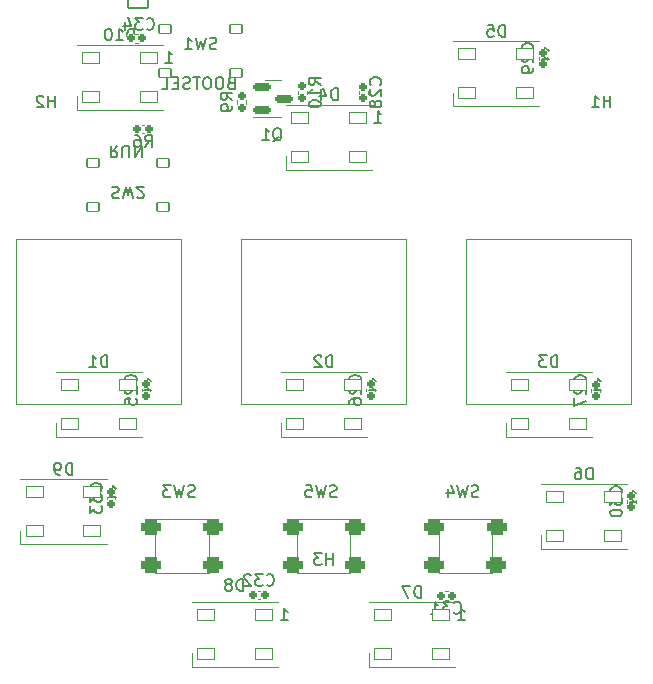
<source format=gbr>
%TF.GenerationSoftware,KiCad,Pcbnew,(7.0.0-0)*%
%TF.CreationDate,2023-04-23T13:29:19-05:00*%
%TF.ProjectId,RP2040,52503230-3430-42e6-9b69-6361645f7063,REV1*%
%TF.SameCoordinates,Original*%
%TF.FileFunction,Legend,Bot*%
%TF.FilePolarity,Positive*%
%FSLAX46Y46*%
G04 Gerber Fmt 4.6, Leading zero omitted, Abs format (unit mm)*
G04 Created by KiCad (PCBNEW (7.0.0-0)) date 2023-04-23 13:29:19*
%MOMM*%
%LPD*%
G01*
G04 APERTURE LIST*
G04 Aperture macros list*
%AMRoundRect*
0 Rectangle with rounded corners*
0 $1 Rounding radius*
0 $2 $3 $4 $5 $6 $7 $8 $9 X,Y pos of 4 corners*
0 Add a 4 corners polygon primitive as box body*
4,1,4,$2,$3,$4,$5,$6,$7,$8,$9,$2,$3,0*
0 Add four circle primitives for the rounded corners*
1,1,$1+$1,$2,$3*
1,1,$1+$1,$4,$5*
1,1,$1+$1,$6,$7*
1,1,$1+$1,$8,$9*
0 Add four rect primitives between the rounded corners*
20,1,$1+$1,$2,$3,$4,$5,0*
20,1,$1+$1,$4,$5,$6,$7,0*
20,1,$1+$1,$6,$7,$8,$9,0*
20,1,$1+$1,$8,$9,$2,$3,0*%
G04 Aperture macros list end*
%ADD10C,0.150000*%
%ADD11C,0.120000*%
%ADD12O,1.102000X1.902000*%
%ADD13O,1.102000X2.302000*%
%ADD14RoundRect,0.051000X0.850000X-0.850000X0.850000X0.850000X-0.850000X0.850000X-0.850000X-0.850000X0*%
%ADD15O,1.802000X1.802000*%
%ADD16RoundRect,0.191000X-0.140000X-0.170000X0.140000X-0.170000X0.140000X0.170000X-0.140000X0.170000X0*%
%ADD17RoundRect,0.351000X0.500000X0.300000X-0.500000X0.300000X-0.500000X-0.300000X0.500000X-0.300000X0*%
%ADD18RoundRect,0.051000X0.750000X0.450000X-0.750000X0.450000X-0.750000X-0.450000X0.750000X-0.450000X0*%
%ADD19RoundRect,0.051000X0.500000X0.375000X-0.500000X0.375000X-0.500000X-0.375000X0.500000X-0.375000X0*%
%ADD20RoundRect,0.191000X-0.170000X0.140000X-0.170000X-0.140000X0.170000X-0.140000X0.170000X0.140000X0*%
%ADD21RoundRect,0.186000X-0.185000X0.135000X-0.185000X-0.135000X0.185000X-0.135000X0.185000X0.135000X0*%
%ADD22C,4.402000*%
%ADD23RoundRect,0.191000X0.140000X0.170000X-0.140000X0.170000X-0.140000X-0.170000X0.140000X-0.170000X0*%
%ADD24C,1.802000*%
%ADD25C,6.502000*%
%ADD26RoundRect,0.051000X-0.500000X-0.375000X0.500000X-0.375000X0.500000X0.375000X-0.500000X0.375000X0*%
%ADD27RoundRect,0.191000X0.170000X-0.140000X0.170000X0.140000X-0.170000X0.140000X-0.170000X-0.140000X0*%
%ADD28RoundRect,0.186000X0.185000X-0.135000X0.185000X0.135000X-0.185000X0.135000X-0.185000X-0.135000X0*%
%ADD29RoundRect,0.201000X-0.587500X-0.150000X0.587500X-0.150000X0.587500X0.150000X-0.587500X0.150000X0*%
G04 APERTURE END LIST*
D10*
%TO.C,R6*%
X-15133334Y14782620D02*
X-14800001Y15258810D01*
X-14561906Y14782620D02*
X-14561906Y15782620D01*
X-14561906Y15782620D02*
X-14942858Y15782620D01*
X-14942858Y15782620D02*
X-15038096Y15735000D01*
X-15038096Y15735000D02*
X-15085715Y15687381D01*
X-15085715Y15687381D02*
X-15133334Y15592143D01*
X-15133334Y15592143D02*
X-15133334Y15449286D01*
X-15133334Y15449286D02*
X-15085715Y15354048D01*
X-15085715Y15354048D02*
X-15038096Y15306429D01*
X-15038096Y15306429D02*
X-14942858Y15258810D01*
X-14942858Y15258810D02*
X-14561906Y15258810D01*
X-15990477Y15782620D02*
X-15800001Y15782620D01*
X-15800001Y15782620D02*
X-15704763Y15735000D01*
X-15704763Y15735000D02*
X-15657144Y15687381D01*
X-15657144Y15687381D02*
X-15561906Y15544524D01*
X-15561906Y15544524D02*
X-15514287Y15354048D01*
X-15514287Y15354048D02*
X-15514287Y14973096D01*
X-15514287Y14973096D02*
X-15561906Y14877858D01*
X-15561906Y14877858D02*
X-15609525Y14830239D01*
X-15609525Y14830239D02*
X-15704763Y14782620D01*
X-15704763Y14782620D02*
X-15895239Y14782620D01*
X-15895239Y14782620D02*
X-15990477Y14830239D01*
X-15990477Y14830239D02*
X-16038096Y14877858D01*
X-16038096Y14877858D02*
X-16085715Y14973096D01*
X-16085715Y14973096D02*
X-16085715Y15211191D01*
X-16085715Y15211191D02*
X-16038096Y15306429D01*
X-16038096Y15306429D02*
X-15990477Y15354048D01*
X-15990477Y15354048D02*
X-15895239Y15401667D01*
X-15895239Y15401667D02*
X-15704763Y15401667D01*
X-15704763Y15401667D02*
X-15609525Y15354048D01*
X-15609525Y15354048D02*
X-15561906Y15306429D01*
X-15561906Y15306429D02*
X-15514287Y15211191D01*
%TO.C,SW4*%
X13083332Y-14819761D02*
X12940475Y-14867380D01*
X12940475Y-14867380D02*
X12702380Y-14867380D01*
X12702380Y-14867380D02*
X12607142Y-14819761D01*
X12607142Y-14819761D02*
X12559523Y-14772142D01*
X12559523Y-14772142D02*
X12511904Y-14676904D01*
X12511904Y-14676904D02*
X12511904Y-14581666D01*
X12511904Y-14581666D02*
X12559523Y-14486428D01*
X12559523Y-14486428D02*
X12607142Y-14438809D01*
X12607142Y-14438809D02*
X12702380Y-14391190D01*
X12702380Y-14391190D02*
X12892856Y-14343571D01*
X12892856Y-14343571D02*
X12988094Y-14295952D01*
X12988094Y-14295952D02*
X13035713Y-14248333D01*
X13035713Y-14248333D02*
X13083332Y-14153095D01*
X13083332Y-14153095D02*
X13083332Y-14057857D01*
X13083332Y-14057857D02*
X13035713Y-13962619D01*
X13035713Y-13962619D02*
X12988094Y-13915000D01*
X12988094Y-13915000D02*
X12892856Y-13867380D01*
X12892856Y-13867380D02*
X12654761Y-13867380D01*
X12654761Y-13867380D02*
X12511904Y-13915000D01*
X12178570Y-13867380D02*
X11940475Y-14867380D01*
X11940475Y-14867380D02*
X11749999Y-14153095D01*
X11749999Y-14153095D02*
X11559523Y-14867380D01*
X11559523Y-14867380D02*
X11321428Y-13867380D01*
X10511904Y-14200714D02*
X10511904Y-14867380D01*
X10749999Y-13819761D02*
X10988094Y-14534047D01*
X10988094Y-14534047D02*
X10369047Y-14534047D01*
%TO.C,D10*%
X-16055715Y23802620D02*
X-16055715Y24802620D01*
X-16055715Y24802620D02*
X-16293810Y24802620D01*
X-16293810Y24802620D02*
X-16436667Y24755000D01*
X-16436667Y24755000D02*
X-16531905Y24659762D01*
X-16531905Y24659762D02*
X-16579524Y24564524D01*
X-16579524Y24564524D02*
X-16627143Y24374048D01*
X-16627143Y24374048D02*
X-16627143Y24231191D01*
X-16627143Y24231191D02*
X-16579524Y24040715D01*
X-16579524Y24040715D02*
X-16531905Y23945477D01*
X-16531905Y23945477D02*
X-16436667Y23850239D01*
X-16436667Y23850239D02*
X-16293810Y23802620D01*
X-16293810Y23802620D02*
X-16055715Y23802620D01*
X-17579524Y23802620D02*
X-17008096Y23802620D01*
X-17293810Y23802620D02*
X-17293810Y24802620D01*
X-17293810Y24802620D02*
X-17198572Y24659762D01*
X-17198572Y24659762D02*
X-17103334Y24564524D01*
X-17103334Y24564524D02*
X-17008096Y24516905D01*
X-18198572Y24802620D02*
X-18293810Y24802620D01*
X-18293810Y24802620D02*
X-18389048Y24755000D01*
X-18389048Y24755000D02*
X-18436667Y24707381D01*
X-18436667Y24707381D02*
X-18484286Y24612143D01*
X-18484286Y24612143D02*
X-18531905Y24421667D01*
X-18531905Y24421667D02*
X-18531905Y24183572D01*
X-18531905Y24183572D02*
X-18484286Y23993096D01*
X-18484286Y23993096D02*
X-18436667Y23897858D01*
X-18436667Y23897858D02*
X-18389048Y23850239D01*
X-18389048Y23850239D02*
X-18293810Y23802620D01*
X-18293810Y23802620D02*
X-18198572Y23802620D01*
X-18198572Y23802620D02*
X-18103334Y23850239D01*
X-18103334Y23850239D02*
X-18055715Y23897858D01*
X-18055715Y23897858D02*
X-18008096Y23993096D01*
X-18008096Y23993096D02*
X-17960477Y24183572D01*
X-17960477Y24183572D02*
X-17960477Y24421667D01*
X-17960477Y24421667D02*
X-18008096Y24612143D01*
X-18008096Y24612143D02*
X-18055715Y24707381D01*
X-18055715Y24707381D02*
X-18103334Y24755000D01*
X-18103334Y24755000D02*
X-18198572Y24802620D01*
X-13405715Y21902620D02*
X-12834287Y21902620D01*
X-13120001Y21902620D02*
X-13120001Y22902620D01*
X-13120001Y22902620D02*
X-13024763Y22759762D01*
X-13024763Y22759762D02*
X-12929525Y22664524D01*
X-12929525Y22664524D02*
X-12834287Y22616905D01*
%TO.C,SW1*%
X-9096668Y23080239D02*
X-9239525Y23032620D01*
X-9239525Y23032620D02*
X-9477620Y23032620D01*
X-9477620Y23032620D02*
X-9572858Y23080239D01*
X-9572858Y23080239D02*
X-9620477Y23127858D01*
X-9620477Y23127858D02*
X-9668096Y23223096D01*
X-9668096Y23223096D02*
X-9668096Y23318334D01*
X-9668096Y23318334D02*
X-9620477Y23413572D01*
X-9620477Y23413572D02*
X-9572858Y23461191D01*
X-9572858Y23461191D02*
X-9477620Y23508810D01*
X-9477620Y23508810D02*
X-9287144Y23556429D01*
X-9287144Y23556429D02*
X-9191906Y23604048D01*
X-9191906Y23604048D02*
X-9144287Y23651667D01*
X-9144287Y23651667D02*
X-9096668Y23746905D01*
X-9096668Y23746905D02*
X-9096668Y23842143D01*
X-9096668Y23842143D02*
X-9144287Y23937381D01*
X-9144287Y23937381D02*
X-9191906Y23985000D01*
X-9191906Y23985000D02*
X-9287144Y24032620D01*
X-9287144Y24032620D02*
X-9525239Y24032620D01*
X-9525239Y24032620D02*
X-9668096Y23985000D01*
X-10001430Y24032620D02*
X-10239525Y23032620D01*
X-10239525Y23032620D02*
X-10430001Y23746905D01*
X-10430001Y23746905D02*
X-10620477Y23032620D01*
X-10620477Y23032620D02*
X-10858572Y24032620D01*
X-11763334Y23032620D02*
X-11191906Y23032620D01*
X-11477620Y23032620D02*
X-11477620Y24032620D01*
X-11477620Y24032620D02*
X-11382382Y23889762D01*
X-11382382Y23889762D02*
X-11287144Y23794524D01*
X-11287144Y23794524D02*
X-11191906Y23746905D01*
X-7869524Y20211429D02*
X-8012381Y20163810D01*
X-8012381Y20163810D02*
X-8060000Y20116191D01*
X-8060000Y20116191D02*
X-8107619Y20020953D01*
X-8107619Y20020953D02*
X-8107619Y19878096D01*
X-8107619Y19878096D02*
X-8060000Y19782858D01*
X-8060000Y19782858D02*
X-8012381Y19735239D01*
X-8012381Y19735239D02*
X-7917143Y19687620D01*
X-7917143Y19687620D02*
X-7536191Y19687620D01*
X-7536191Y19687620D02*
X-7536191Y20687620D01*
X-7536191Y20687620D02*
X-7869524Y20687620D01*
X-7869524Y20687620D02*
X-7964762Y20640000D01*
X-7964762Y20640000D02*
X-8012381Y20592381D01*
X-8012381Y20592381D02*
X-8060000Y20497143D01*
X-8060000Y20497143D02*
X-8060000Y20401905D01*
X-8060000Y20401905D02*
X-8012381Y20306667D01*
X-8012381Y20306667D02*
X-7964762Y20259048D01*
X-7964762Y20259048D02*
X-7869524Y20211429D01*
X-7869524Y20211429D02*
X-7536191Y20211429D01*
X-8726667Y20687620D02*
X-8917143Y20687620D01*
X-8917143Y20687620D02*
X-9012381Y20640000D01*
X-9012381Y20640000D02*
X-9107619Y20544762D01*
X-9107619Y20544762D02*
X-9155238Y20354286D01*
X-9155238Y20354286D02*
X-9155238Y20020953D01*
X-9155238Y20020953D02*
X-9107619Y19830477D01*
X-9107619Y19830477D02*
X-9012381Y19735239D01*
X-9012381Y19735239D02*
X-8917143Y19687620D01*
X-8917143Y19687620D02*
X-8726667Y19687620D01*
X-8726667Y19687620D02*
X-8631429Y19735239D01*
X-8631429Y19735239D02*
X-8536191Y19830477D01*
X-8536191Y19830477D02*
X-8488572Y20020953D01*
X-8488572Y20020953D02*
X-8488572Y20354286D01*
X-8488572Y20354286D02*
X-8536191Y20544762D01*
X-8536191Y20544762D02*
X-8631429Y20640000D01*
X-8631429Y20640000D02*
X-8726667Y20687620D01*
X-9774286Y20687620D02*
X-9964762Y20687620D01*
X-9964762Y20687620D02*
X-10060000Y20640000D01*
X-10060000Y20640000D02*
X-10155238Y20544762D01*
X-10155238Y20544762D02*
X-10202857Y20354286D01*
X-10202857Y20354286D02*
X-10202857Y20020953D01*
X-10202857Y20020953D02*
X-10155238Y19830477D01*
X-10155238Y19830477D02*
X-10060000Y19735239D01*
X-10060000Y19735239D02*
X-9964762Y19687620D01*
X-9964762Y19687620D02*
X-9774286Y19687620D01*
X-9774286Y19687620D02*
X-9679048Y19735239D01*
X-9679048Y19735239D02*
X-9583810Y19830477D01*
X-9583810Y19830477D02*
X-9536191Y20020953D01*
X-9536191Y20020953D02*
X-9536191Y20354286D01*
X-9536191Y20354286D02*
X-9583810Y20544762D01*
X-9583810Y20544762D02*
X-9679048Y20640000D01*
X-9679048Y20640000D02*
X-9774286Y20687620D01*
X-10488572Y20687620D02*
X-11060000Y20687620D01*
X-10774286Y19687620D02*
X-10774286Y20687620D01*
X-11345715Y19735239D02*
X-11488572Y19687620D01*
X-11488572Y19687620D02*
X-11726667Y19687620D01*
X-11726667Y19687620D02*
X-11821905Y19735239D01*
X-11821905Y19735239D02*
X-11869524Y19782858D01*
X-11869524Y19782858D02*
X-11917143Y19878096D01*
X-11917143Y19878096D02*
X-11917143Y19973334D01*
X-11917143Y19973334D02*
X-11869524Y20068572D01*
X-11869524Y20068572D02*
X-11821905Y20116191D01*
X-11821905Y20116191D02*
X-11726667Y20163810D01*
X-11726667Y20163810D02*
X-11536191Y20211429D01*
X-11536191Y20211429D02*
X-11440953Y20259048D01*
X-11440953Y20259048D02*
X-11393334Y20306667D01*
X-11393334Y20306667D02*
X-11345715Y20401905D01*
X-11345715Y20401905D02*
X-11345715Y20497143D01*
X-11345715Y20497143D02*
X-11393334Y20592381D01*
X-11393334Y20592381D02*
X-11440953Y20640000D01*
X-11440953Y20640000D02*
X-11536191Y20687620D01*
X-11536191Y20687620D02*
X-11774286Y20687620D01*
X-11774286Y20687620D02*
X-11917143Y20640000D01*
X-12345715Y20211429D02*
X-12679048Y20211429D01*
X-12821905Y19687620D02*
X-12345715Y19687620D01*
X-12345715Y19687620D02*
X-12345715Y20687620D01*
X-12345715Y20687620D02*
X-12821905Y20687620D01*
X-13726667Y19687620D02*
X-13250477Y19687620D01*
X-13250477Y19687620D02*
X-13250477Y20687620D01*
%TO.C,C33*%
X-18887858Y-14307142D02*
X-18840239Y-14259523D01*
X-18840239Y-14259523D02*
X-18792620Y-14116666D01*
X-18792620Y-14116666D02*
X-18792620Y-14021428D01*
X-18792620Y-14021428D02*
X-18840239Y-13878571D01*
X-18840239Y-13878571D02*
X-18935477Y-13783333D01*
X-18935477Y-13783333D02*
X-19030715Y-13735714D01*
X-19030715Y-13735714D02*
X-19221191Y-13688095D01*
X-19221191Y-13688095D02*
X-19364048Y-13688095D01*
X-19364048Y-13688095D02*
X-19554524Y-13735714D01*
X-19554524Y-13735714D02*
X-19649762Y-13783333D01*
X-19649762Y-13783333D02*
X-19745000Y-13878571D01*
X-19745000Y-13878571D02*
X-19792620Y-14021428D01*
X-19792620Y-14021428D02*
X-19792620Y-14116666D01*
X-19792620Y-14116666D02*
X-19745000Y-14259523D01*
X-19745000Y-14259523D02*
X-19697381Y-14307142D01*
X-19792620Y-14640476D02*
X-19792620Y-15259523D01*
X-19792620Y-15259523D02*
X-19411667Y-14926190D01*
X-19411667Y-14926190D02*
X-19411667Y-15069047D01*
X-19411667Y-15069047D02*
X-19364048Y-15164285D01*
X-19364048Y-15164285D02*
X-19316429Y-15211904D01*
X-19316429Y-15211904D02*
X-19221191Y-15259523D01*
X-19221191Y-15259523D02*
X-18983096Y-15259523D01*
X-18983096Y-15259523D02*
X-18887858Y-15211904D01*
X-18887858Y-15211904D02*
X-18840239Y-15164285D01*
X-18840239Y-15164285D02*
X-18792620Y-15069047D01*
X-18792620Y-15069047D02*
X-18792620Y-14783333D01*
X-18792620Y-14783333D02*
X-18840239Y-14688095D01*
X-18840239Y-14688095D02*
X-18887858Y-14640476D01*
X-19792620Y-15592857D02*
X-19792620Y-16211904D01*
X-19792620Y-16211904D02*
X-19411667Y-15878571D01*
X-19411667Y-15878571D02*
X-19411667Y-16021428D01*
X-19411667Y-16021428D02*
X-19364048Y-16116666D01*
X-19364048Y-16116666D02*
X-19316429Y-16164285D01*
X-19316429Y-16164285D02*
X-19221191Y-16211904D01*
X-19221191Y-16211904D02*
X-18983096Y-16211904D01*
X-18983096Y-16211904D02*
X-18887858Y-16164285D01*
X-18887858Y-16164285D02*
X-18840239Y-16116666D01*
X-18840239Y-16116666D02*
X-18792620Y-16021428D01*
X-18792620Y-16021428D02*
X-18792620Y-15735714D01*
X-18792620Y-15735714D02*
X-18840239Y-15640476D01*
X-18840239Y-15640476D02*
X-18887858Y-15592857D01*
%TO.C,R9*%
X-7735120Y18756667D02*
X-8211310Y19090000D01*
X-7735120Y19328095D02*
X-8735120Y19328095D01*
X-8735120Y19328095D02*
X-8735120Y18947143D01*
X-8735120Y18947143D02*
X-8687500Y18851905D01*
X-8687500Y18851905D02*
X-8639881Y18804286D01*
X-8639881Y18804286D02*
X-8544643Y18756667D01*
X-8544643Y18756667D02*
X-8401786Y18756667D01*
X-8401786Y18756667D02*
X-8306548Y18804286D01*
X-8306548Y18804286D02*
X-8258929Y18851905D01*
X-8258929Y18851905D02*
X-8211310Y18947143D01*
X-8211310Y18947143D02*
X-8211310Y19328095D01*
X-7735120Y18280476D02*
X-7735120Y18090000D01*
X-7735120Y18090000D02*
X-7782739Y17994762D01*
X-7782739Y17994762D02*
X-7830358Y17947143D01*
X-7830358Y17947143D02*
X-7973215Y17851905D01*
X-7973215Y17851905D02*
X-8163691Y17804286D01*
X-8163691Y17804286D02*
X-8544643Y17804286D01*
X-8544643Y17804286D02*
X-8639881Y17851905D01*
X-8639881Y17851905D02*
X-8687500Y17899524D01*
X-8687500Y17899524D02*
X-8735120Y17994762D01*
X-8735120Y17994762D02*
X-8735120Y18185238D01*
X-8735120Y18185238D02*
X-8687500Y18280476D01*
X-8687500Y18280476D02*
X-8639881Y18328095D01*
X-8639881Y18328095D02*
X-8544643Y18375714D01*
X-8544643Y18375714D02*
X-8306548Y18375714D01*
X-8306548Y18375714D02*
X-8211310Y18328095D01*
X-8211310Y18328095D02*
X-8163691Y18280476D01*
X-8163691Y18280476D02*
X-8116072Y18185238D01*
X-8116072Y18185238D02*
X-8116072Y17994762D01*
X-8116072Y17994762D02*
X-8163691Y17899524D01*
X-8163691Y17899524D02*
X-8211310Y17851905D01*
X-8211310Y17851905D02*
X-8306548Y17804286D01*
%TO.C,H3*%
X761904Y-20617380D02*
X761904Y-19617380D01*
X761904Y-20093571D02*
X190476Y-20093571D01*
X190476Y-20617380D02*
X190476Y-19617380D01*
X-190477Y-19617380D02*
X-809524Y-19617380D01*
X-809524Y-19617380D02*
X-476191Y-19998333D01*
X-476191Y-19998333D02*
X-619048Y-19998333D01*
X-619048Y-19998333D02*
X-714286Y-20045952D01*
X-714286Y-20045952D02*
X-761905Y-20093571D01*
X-761905Y-20093571D02*
X-809524Y-20188809D01*
X-809524Y-20188809D02*
X-809524Y-20426904D01*
X-809524Y-20426904D02*
X-761905Y-20522142D01*
X-761905Y-20522142D02*
X-714286Y-20569761D01*
X-714286Y-20569761D02*
X-619048Y-20617380D01*
X-619048Y-20617380D02*
X-333334Y-20617380D01*
X-333334Y-20617380D02*
X-238096Y-20569761D01*
X-238096Y-20569761D02*
X-190477Y-20522142D01*
%TO.C,C34*%
X-15007143Y24797858D02*
X-14959524Y24750239D01*
X-14959524Y24750239D02*
X-14816667Y24702620D01*
X-14816667Y24702620D02*
X-14721429Y24702620D01*
X-14721429Y24702620D02*
X-14578572Y24750239D01*
X-14578572Y24750239D02*
X-14483334Y24845477D01*
X-14483334Y24845477D02*
X-14435715Y24940715D01*
X-14435715Y24940715D02*
X-14388096Y25131191D01*
X-14388096Y25131191D02*
X-14388096Y25274048D01*
X-14388096Y25274048D02*
X-14435715Y25464524D01*
X-14435715Y25464524D02*
X-14483334Y25559762D01*
X-14483334Y25559762D02*
X-14578572Y25655000D01*
X-14578572Y25655000D02*
X-14721429Y25702620D01*
X-14721429Y25702620D02*
X-14816667Y25702620D01*
X-14816667Y25702620D02*
X-14959524Y25655000D01*
X-14959524Y25655000D02*
X-15007143Y25607381D01*
X-15340477Y25702620D02*
X-15959524Y25702620D01*
X-15959524Y25702620D02*
X-15626191Y25321667D01*
X-15626191Y25321667D02*
X-15769048Y25321667D01*
X-15769048Y25321667D02*
X-15864286Y25274048D01*
X-15864286Y25274048D02*
X-15911905Y25226429D01*
X-15911905Y25226429D02*
X-15959524Y25131191D01*
X-15959524Y25131191D02*
X-15959524Y24893096D01*
X-15959524Y24893096D02*
X-15911905Y24797858D01*
X-15911905Y24797858D02*
X-15864286Y24750239D01*
X-15864286Y24750239D02*
X-15769048Y24702620D01*
X-15769048Y24702620D02*
X-15483334Y24702620D01*
X-15483334Y24702620D02*
X-15388096Y24750239D01*
X-15388096Y24750239D02*
X-15340477Y24797858D01*
X-16816667Y25369286D02*
X-16816667Y24702620D01*
X-16578572Y25750239D02*
X-16340477Y25035953D01*
X-16340477Y25035953D02*
X-16959524Y25035953D01*
%TO.C,SW3*%
X-10916668Y-14819761D02*
X-11059525Y-14867380D01*
X-11059525Y-14867380D02*
X-11297620Y-14867380D01*
X-11297620Y-14867380D02*
X-11392858Y-14819761D01*
X-11392858Y-14819761D02*
X-11440477Y-14772142D01*
X-11440477Y-14772142D02*
X-11488096Y-14676904D01*
X-11488096Y-14676904D02*
X-11488096Y-14581666D01*
X-11488096Y-14581666D02*
X-11440477Y-14486428D01*
X-11440477Y-14486428D02*
X-11392858Y-14438809D01*
X-11392858Y-14438809D02*
X-11297620Y-14391190D01*
X-11297620Y-14391190D02*
X-11107144Y-14343571D01*
X-11107144Y-14343571D02*
X-11011906Y-14295952D01*
X-11011906Y-14295952D02*
X-10964287Y-14248333D01*
X-10964287Y-14248333D02*
X-10916668Y-14153095D01*
X-10916668Y-14153095D02*
X-10916668Y-14057857D01*
X-10916668Y-14057857D02*
X-10964287Y-13962619D01*
X-10964287Y-13962619D02*
X-11011906Y-13915000D01*
X-11011906Y-13915000D02*
X-11107144Y-13867380D01*
X-11107144Y-13867380D02*
X-11345239Y-13867380D01*
X-11345239Y-13867380D02*
X-11488096Y-13915000D01*
X-11821430Y-13867380D02*
X-12059525Y-14867380D01*
X-12059525Y-14867380D02*
X-12250001Y-14153095D01*
X-12250001Y-14153095D02*
X-12440477Y-14867380D01*
X-12440477Y-14867380D02*
X-12678572Y-13867380D01*
X-12964287Y-13867380D02*
X-13583334Y-13867380D01*
X-13583334Y-13867380D02*
X-13250001Y-14248333D01*
X-13250001Y-14248333D02*
X-13392858Y-14248333D01*
X-13392858Y-14248333D02*
X-13488096Y-14295952D01*
X-13488096Y-14295952D02*
X-13535715Y-14343571D01*
X-13535715Y-14343571D02*
X-13583334Y-14438809D01*
X-13583334Y-14438809D02*
X-13583334Y-14676904D01*
X-13583334Y-14676904D02*
X-13535715Y-14772142D01*
X-13535715Y-14772142D02*
X-13488096Y-14819761D01*
X-13488096Y-14819761D02*
X-13392858Y-14867380D01*
X-13392858Y-14867380D02*
X-13107144Y-14867380D01*
X-13107144Y-14867380D02*
X-13011906Y-14819761D01*
X-13011906Y-14819761D02*
X-12964287Y-14772142D01*
%TO.C,C27*%
X22132142Y-5187142D02*
X22179761Y-5139523D01*
X22179761Y-5139523D02*
X22227380Y-4996666D01*
X22227380Y-4996666D02*
X22227380Y-4901428D01*
X22227380Y-4901428D02*
X22179761Y-4758571D01*
X22179761Y-4758571D02*
X22084523Y-4663333D01*
X22084523Y-4663333D02*
X21989285Y-4615714D01*
X21989285Y-4615714D02*
X21798809Y-4568095D01*
X21798809Y-4568095D02*
X21655952Y-4568095D01*
X21655952Y-4568095D02*
X21465476Y-4615714D01*
X21465476Y-4615714D02*
X21370238Y-4663333D01*
X21370238Y-4663333D02*
X21275000Y-4758571D01*
X21275000Y-4758571D02*
X21227380Y-4901428D01*
X21227380Y-4901428D02*
X21227380Y-4996666D01*
X21227380Y-4996666D02*
X21275000Y-5139523D01*
X21275000Y-5139523D02*
X21322619Y-5187142D01*
X21322619Y-5568095D02*
X21275000Y-5615714D01*
X21275000Y-5615714D02*
X21227380Y-5710952D01*
X21227380Y-5710952D02*
X21227380Y-5949047D01*
X21227380Y-5949047D02*
X21275000Y-6044285D01*
X21275000Y-6044285D02*
X21322619Y-6091904D01*
X21322619Y-6091904D02*
X21417857Y-6139523D01*
X21417857Y-6139523D02*
X21513095Y-6139523D01*
X21513095Y-6139523D02*
X21655952Y-6091904D01*
X21655952Y-6091904D02*
X22227380Y-5520476D01*
X22227380Y-5520476D02*
X22227380Y-6139523D01*
X21227380Y-6472857D02*
X21227380Y-7139523D01*
X21227380Y-7139523D02*
X22227380Y-6710952D01*
%TO.C,D1*%
X-18311906Y-3867380D02*
X-18311906Y-2867380D01*
X-18311906Y-2867380D02*
X-18550001Y-2867380D01*
X-18550001Y-2867380D02*
X-18692858Y-2915000D01*
X-18692858Y-2915000D02*
X-18788096Y-3010238D01*
X-18788096Y-3010238D02*
X-18835715Y-3105476D01*
X-18835715Y-3105476D02*
X-18883334Y-3295952D01*
X-18883334Y-3295952D02*
X-18883334Y-3438809D01*
X-18883334Y-3438809D02*
X-18835715Y-3629285D01*
X-18835715Y-3629285D02*
X-18788096Y-3724523D01*
X-18788096Y-3724523D02*
X-18692858Y-3819761D01*
X-18692858Y-3819761D02*
X-18550001Y-3867380D01*
X-18550001Y-3867380D02*
X-18311906Y-3867380D01*
X-19835715Y-3867380D02*
X-19264287Y-3867380D01*
X-19550001Y-3867380D02*
X-19550001Y-2867380D01*
X-19550001Y-2867380D02*
X-19454763Y-3010238D01*
X-19454763Y-3010238D02*
X-19359525Y-3105476D01*
X-19359525Y-3105476D02*
X-19264287Y-3153095D01*
X-15185715Y-5767380D02*
X-14614287Y-5767380D01*
X-14900001Y-5767380D02*
X-14900001Y-4767380D01*
X-14900001Y-4767380D02*
X-14804763Y-4910238D01*
X-14804763Y-4910238D02*
X-14709525Y-5005476D01*
X-14709525Y-5005476D02*
X-14614287Y-5053095D01*
%TO.C,C25*%
X-15937858Y-5157142D02*
X-15890239Y-5109523D01*
X-15890239Y-5109523D02*
X-15842620Y-4966666D01*
X-15842620Y-4966666D02*
X-15842620Y-4871428D01*
X-15842620Y-4871428D02*
X-15890239Y-4728571D01*
X-15890239Y-4728571D02*
X-15985477Y-4633333D01*
X-15985477Y-4633333D02*
X-16080715Y-4585714D01*
X-16080715Y-4585714D02*
X-16271191Y-4538095D01*
X-16271191Y-4538095D02*
X-16414048Y-4538095D01*
X-16414048Y-4538095D02*
X-16604524Y-4585714D01*
X-16604524Y-4585714D02*
X-16699762Y-4633333D01*
X-16699762Y-4633333D02*
X-16795000Y-4728571D01*
X-16795000Y-4728571D02*
X-16842620Y-4871428D01*
X-16842620Y-4871428D02*
X-16842620Y-4966666D01*
X-16842620Y-4966666D02*
X-16795000Y-5109523D01*
X-16795000Y-5109523D02*
X-16747381Y-5157142D01*
X-16747381Y-5538095D02*
X-16795000Y-5585714D01*
X-16795000Y-5585714D02*
X-16842620Y-5680952D01*
X-16842620Y-5680952D02*
X-16842620Y-5919047D01*
X-16842620Y-5919047D02*
X-16795000Y-6014285D01*
X-16795000Y-6014285D02*
X-16747381Y-6061904D01*
X-16747381Y-6061904D02*
X-16652143Y-6109523D01*
X-16652143Y-6109523D02*
X-16556905Y-6109523D01*
X-16556905Y-6109523D02*
X-16414048Y-6061904D01*
X-16414048Y-6061904D02*
X-15842620Y-5490476D01*
X-15842620Y-5490476D02*
X-15842620Y-6109523D01*
X-16842620Y-7014285D02*
X-16842620Y-6538095D01*
X-16842620Y-6538095D02*
X-16366429Y-6490476D01*
X-16366429Y-6490476D02*
X-16414048Y-6538095D01*
X-16414048Y-6538095D02*
X-16461667Y-6633333D01*
X-16461667Y-6633333D02*
X-16461667Y-6871428D01*
X-16461667Y-6871428D02*
X-16414048Y-6966666D01*
X-16414048Y-6966666D02*
X-16366429Y-7014285D01*
X-16366429Y-7014285D02*
X-16271191Y-7061904D01*
X-16271191Y-7061904D02*
X-16033096Y-7061904D01*
X-16033096Y-7061904D02*
X-15937858Y-7014285D01*
X-15937858Y-7014285D02*
X-15890239Y-6966666D01*
X-15890239Y-6966666D02*
X-15842620Y-6871428D01*
X-15842620Y-6871428D02*
X-15842620Y-6633333D01*
X-15842620Y-6633333D02*
X-15890239Y-6538095D01*
X-15890239Y-6538095D02*
X-15937858Y-6490476D01*
%TO.C,C29*%
X17657142Y22927858D02*
X17704761Y22975477D01*
X17704761Y22975477D02*
X17752380Y23118334D01*
X17752380Y23118334D02*
X17752380Y23213572D01*
X17752380Y23213572D02*
X17704761Y23356429D01*
X17704761Y23356429D02*
X17609523Y23451667D01*
X17609523Y23451667D02*
X17514285Y23499286D01*
X17514285Y23499286D02*
X17323809Y23546905D01*
X17323809Y23546905D02*
X17180952Y23546905D01*
X17180952Y23546905D02*
X16990476Y23499286D01*
X16990476Y23499286D02*
X16895238Y23451667D01*
X16895238Y23451667D02*
X16800000Y23356429D01*
X16800000Y23356429D02*
X16752380Y23213572D01*
X16752380Y23213572D02*
X16752380Y23118334D01*
X16752380Y23118334D02*
X16800000Y22975477D01*
X16800000Y22975477D02*
X16847619Y22927858D01*
X16847619Y22546905D02*
X16800000Y22499286D01*
X16800000Y22499286D02*
X16752380Y22404048D01*
X16752380Y22404048D02*
X16752380Y22165953D01*
X16752380Y22165953D02*
X16800000Y22070715D01*
X16800000Y22070715D02*
X16847619Y22023096D01*
X16847619Y22023096D02*
X16942857Y21975477D01*
X16942857Y21975477D02*
X17038095Y21975477D01*
X17038095Y21975477D02*
X17180952Y22023096D01*
X17180952Y22023096D02*
X17752380Y22594524D01*
X17752380Y22594524D02*
X17752380Y21975477D01*
X17752380Y21499286D02*
X17752380Y21308810D01*
X17752380Y21308810D02*
X17704761Y21213572D01*
X17704761Y21213572D02*
X17657142Y21165953D01*
X17657142Y21165953D02*
X17514285Y21070715D01*
X17514285Y21070715D02*
X17323809Y21023096D01*
X17323809Y21023096D02*
X16942857Y21023096D01*
X16942857Y21023096D02*
X16847619Y21070715D01*
X16847619Y21070715D02*
X16800000Y21118334D01*
X16800000Y21118334D02*
X16752380Y21213572D01*
X16752380Y21213572D02*
X16752380Y21404048D01*
X16752380Y21404048D02*
X16800000Y21499286D01*
X16800000Y21499286D02*
X16847619Y21546905D01*
X16847619Y21546905D02*
X16942857Y21594524D01*
X16942857Y21594524D02*
X17180952Y21594524D01*
X17180952Y21594524D02*
X17276190Y21546905D01*
X17276190Y21546905D02*
X17323809Y21499286D01*
X17323809Y21499286D02*
X17371428Y21404048D01*
X17371428Y21404048D02*
X17371428Y21213572D01*
X17371428Y21213572D02*
X17323809Y21118334D01*
X17323809Y21118334D02*
X17276190Y21070715D01*
X17276190Y21070715D02*
X17180952Y21023096D01*
%TO.C,H2*%
X-22738096Y18132620D02*
X-22738096Y19132620D01*
X-22738096Y18656429D02*
X-23309524Y18656429D01*
X-23309524Y18132620D02*
X-23309524Y19132620D01*
X-23738096Y19037381D02*
X-23785715Y19085000D01*
X-23785715Y19085000D02*
X-23880953Y19132620D01*
X-23880953Y19132620D02*
X-24119048Y19132620D01*
X-24119048Y19132620D02*
X-24214286Y19085000D01*
X-24214286Y19085000D02*
X-24261905Y19037381D01*
X-24261905Y19037381D02*
X-24309524Y18942143D01*
X-24309524Y18942143D02*
X-24309524Y18846905D01*
X-24309524Y18846905D02*
X-24261905Y18704048D01*
X-24261905Y18704048D02*
X-23690477Y18132620D01*
X-23690477Y18132620D02*
X-24309524Y18132620D01*
%TO.C,C26*%
X3072142Y-5147142D02*
X3119761Y-5099523D01*
X3119761Y-5099523D02*
X3167380Y-4956666D01*
X3167380Y-4956666D02*
X3167380Y-4861428D01*
X3167380Y-4861428D02*
X3119761Y-4718571D01*
X3119761Y-4718571D02*
X3024523Y-4623333D01*
X3024523Y-4623333D02*
X2929285Y-4575714D01*
X2929285Y-4575714D02*
X2738809Y-4528095D01*
X2738809Y-4528095D02*
X2595952Y-4528095D01*
X2595952Y-4528095D02*
X2405476Y-4575714D01*
X2405476Y-4575714D02*
X2310238Y-4623333D01*
X2310238Y-4623333D02*
X2215000Y-4718571D01*
X2215000Y-4718571D02*
X2167380Y-4861428D01*
X2167380Y-4861428D02*
X2167380Y-4956666D01*
X2167380Y-4956666D02*
X2215000Y-5099523D01*
X2215000Y-5099523D02*
X2262619Y-5147142D01*
X2262619Y-5528095D02*
X2215000Y-5575714D01*
X2215000Y-5575714D02*
X2167380Y-5670952D01*
X2167380Y-5670952D02*
X2167380Y-5909047D01*
X2167380Y-5909047D02*
X2215000Y-6004285D01*
X2215000Y-6004285D02*
X2262619Y-6051904D01*
X2262619Y-6051904D02*
X2357857Y-6099523D01*
X2357857Y-6099523D02*
X2453095Y-6099523D01*
X2453095Y-6099523D02*
X2595952Y-6051904D01*
X2595952Y-6051904D02*
X3167380Y-5480476D01*
X3167380Y-5480476D02*
X3167380Y-6099523D01*
X2167380Y-6956666D02*
X2167380Y-6766190D01*
X2167380Y-6766190D02*
X2215000Y-6670952D01*
X2215000Y-6670952D02*
X2262619Y-6623333D01*
X2262619Y-6623333D02*
X2405476Y-6528095D01*
X2405476Y-6528095D02*
X2595952Y-6480476D01*
X2595952Y-6480476D02*
X2976904Y-6480476D01*
X2976904Y-6480476D02*
X3072142Y-6528095D01*
X3072142Y-6528095D02*
X3119761Y-6575714D01*
X3119761Y-6575714D02*
X3167380Y-6670952D01*
X3167380Y-6670952D02*
X3167380Y-6861428D01*
X3167380Y-6861428D02*
X3119761Y-6956666D01*
X3119761Y-6956666D02*
X3072142Y-7004285D01*
X3072142Y-7004285D02*
X2976904Y-7051904D01*
X2976904Y-7051904D02*
X2738809Y-7051904D01*
X2738809Y-7051904D02*
X2643571Y-7004285D01*
X2643571Y-7004285D02*
X2595952Y-6956666D01*
X2595952Y-6956666D02*
X2548333Y-6861428D01*
X2548333Y-6861428D02*
X2548333Y-6670952D01*
X2548333Y-6670952D02*
X2595952Y-6575714D01*
X2595952Y-6575714D02*
X2643571Y-6528095D01*
X2643571Y-6528095D02*
X2738809Y-6480476D01*
%TO.C,C32*%
X-4847143Y-22282142D02*
X-4799524Y-22329761D01*
X-4799524Y-22329761D02*
X-4656667Y-22377380D01*
X-4656667Y-22377380D02*
X-4561429Y-22377380D01*
X-4561429Y-22377380D02*
X-4418572Y-22329761D01*
X-4418572Y-22329761D02*
X-4323334Y-22234523D01*
X-4323334Y-22234523D02*
X-4275715Y-22139285D01*
X-4275715Y-22139285D02*
X-4228096Y-21948809D01*
X-4228096Y-21948809D02*
X-4228096Y-21805952D01*
X-4228096Y-21805952D02*
X-4275715Y-21615476D01*
X-4275715Y-21615476D02*
X-4323334Y-21520238D01*
X-4323334Y-21520238D02*
X-4418572Y-21425000D01*
X-4418572Y-21425000D02*
X-4561429Y-21377380D01*
X-4561429Y-21377380D02*
X-4656667Y-21377380D01*
X-4656667Y-21377380D02*
X-4799524Y-21425000D01*
X-4799524Y-21425000D02*
X-4847143Y-21472619D01*
X-5180477Y-21377380D02*
X-5799524Y-21377380D01*
X-5799524Y-21377380D02*
X-5466191Y-21758333D01*
X-5466191Y-21758333D02*
X-5609048Y-21758333D01*
X-5609048Y-21758333D02*
X-5704286Y-21805952D01*
X-5704286Y-21805952D02*
X-5751905Y-21853571D01*
X-5751905Y-21853571D02*
X-5799524Y-21948809D01*
X-5799524Y-21948809D02*
X-5799524Y-22186904D01*
X-5799524Y-22186904D02*
X-5751905Y-22282142D01*
X-5751905Y-22282142D02*
X-5704286Y-22329761D01*
X-5704286Y-22329761D02*
X-5609048Y-22377380D01*
X-5609048Y-22377380D02*
X-5323334Y-22377380D01*
X-5323334Y-22377380D02*
X-5228096Y-22329761D01*
X-5228096Y-22329761D02*
X-5180477Y-22282142D01*
X-6180477Y-21472619D02*
X-6228096Y-21425000D01*
X-6228096Y-21425000D02*
X-6323334Y-21377380D01*
X-6323334Y-21377380D02*
X-6561429Y-21377380D01*
X-6561429Y-21377380D02*
X-6656667Y-21425000D01*
X-6656667Y-21425000D02*
X-6704286Y-21472619D01*
X-6704286Y-21472619D02*
X-6751905Y-21567857D01*
X-6751905Y-21567857D02*
X-6751905Y-21663095D01*
X-6751905Y-21663095D02*
X-6704286Y-21805952D01*
X-6704286Y-21805952D02*
X-6132858Y-22377380D01*
X-6132858Y-22377380D02*
X-6751905Y-22377380D01*
%TO.C,D3*%
X19788094Y-3867380D02*
X19788094Y-2867380D01*
X19788094Y-2867380D02*
X19549999Y-2867380D01*
X19549999Y-2867380D02*
X19407142Y-2915000D01*
X19407142Y-2915000D02*
X19311904Y-3010238D01*
X19311904Y-3010238D02*
X19264285Y-3105476D01*
X19264285Y-3105476D02*
X19216666Y-3295952D01*
X19216666Y-3295952D02*
X19216666Y-3438809D01*
X19216666Y-3438809D02*
X19264285Y-3629285D01*
X19264285Y-3629285D02*
X19311904Y-3724523D01*
X19311904Y-3724523D02*
X19407142Y-3819761D01*
X19407142Y-3819761D02*
X19549999Y-3867380D01*
X19549999Y-3867380D02*
X19788094Y-3867380D01*
X18883332Y-2867380D02*
X18264285Y-2867380D01*
X18264285Y-2867380D02*
X18597618Y-3248333D01*
X18597618Y-3248333D02*
X18454761Y-3248333D01*
X18454761Y-3248333D02*
X18359523Y-3295952D01*
X18359523Y-3295952D02*
X18311904Y-3343571D01*
X18311904Y-3343571D02*
X18264285Y-3438809D01*
X18264285Y-3438809D02*
X18264285Y-3676904D01*
X18264285Y-3676904D02*
X18311904Y-3772142D01*
X18311904Y-3772142D02*
X18359523Y-3819761D01*
X18359523Y-3819761D02*
X18454761Y-3867380D01*
X18454761Y-3867380D02*
X18740475Y-3867380D01*
X18740475Y-3867380D02*
X18835713Y-3819761D01*
X18835713Y-3819761D02*
X18883332Y-3772142D01*
X22914285Y-5767380D02*
X23485713Y-5767380D01*
X23199999Y-5767380D02*
X23199999Y-4767380D01*
X23199999Y-4767380D02*
X23295237Y-4910238D01*
X23295237Y-4910238D02*
X23390475Y-5005476D01*
X23390475Y-5005476D02*
X23485713Y-5053095D01*
%TO.C,H1*%
X24261904Y18132620D02*
X24261904Y19132620D01*
X24261904Y18656429D02*
X23690476Y18656429D01*
X23690476Y18132620D02*
X23690476Y19132620D01*
X22690476Y18132620D02*
X23261904Y18132620D01*
X22976190Y18132620D02*
X22976190Y19132620D01*
X22976190Y19132620D02*
X23071428Y18989762D01*
X23071428Y18989762D02*
X23166666Y18894524D01*
X23166666Y18894524D02*
X23261904Y18846905D01*
%TO.C,SW2*%
X-17903333Y11374762D02*
X-17760476Y11422381D01*
X-17760476Y11422381D02*
X-17522381Y11422381D01*
X-17522381Y11422381D02*
X-17427143Y11374762D01*
X-17427143Y11374762D02*
X-17379524Y11327143D01*
X-17379524Y11327143D02*
X-17331905Y11231905D01*
X-17331905Y11231905D02*
X-17331905Y11136667D01*
X-17331905Y11136667D02*
X-17379524Y11041429D01*
X-17379524Y11041429D02*
X-17427143Y10993810D01*
X-17427143Y10993810D02*
X-17522381Y10946191D01*
X-17522381Y10946191D02*
X-17712857Y10898572D01*
X-17712857Y10898572D02*
X-17808095Y10850953D01*
X-17808095Y10850953D02*
X-17855714Y10803334D01*
X-17855714Y10803334D02*
X-17903333Y10708096D01*
X-17903333Y10708096D02*
X-17903333Y10612858D01*
X-17903333Y10612858D02*
X-17855714Y10517620D01*
X-17855714Y10517620D02*
X-17808095Y10470000D01*
X-17808095Y10470000D02*
X-17712857Y10422381D01*
X-17712857Y10422381D02*
X-17474762Y10422381D01*
X-17474762Y10422381D02*
X-17331905Y10470000D01*
X-16998571Y10422381D02*
X-16760476Y11422381D01*
X-16760476Y11422381D02*
X-16570000Y10708096D01*
X-16570000Y10708096D02*
X-16379524Y11422381D01*
X-16379524Y11422381D02*
X-16141428Y10422381D01*
X-15808095Y10517620D02*
X-15760476Y10470000D01*
X-15760476Y10470000D02*
X-15665238Y10422381D01*
X-15665238Y10422381D02*
X-15427143Y10422381D01*
X-15427143Y10422381D02*
X-15331905Y10470000D01*
X-15331905Y10470000D02*
X-15284286Y10517620D01*
X-15284286Y10517620D02*
X-15236667Y10612858D01*
X-15236667Y10612858D02*
X-15236667Y10708096D01*
X-15236667Y10708096D02*
X-15284286Y10850953D01*
X-15284286Y10850953D02*
X-15855714Y11422381D01*
X-15855714Y11422381D02*
X-15236667Y11422381D01*
X-17478096Y14897381D02*
X-17811429Y14421191D01*
X-18049524Y14897381D02*
X-18049524Y13897381D01*
X-18049524Y13897381D02*
X-17668572Y13897381D01*
X-17668572Y13897381D02*
X-17573334Y13945000D01*
X-17573334Y13945000D02*
X-17525715Y13992620D01*
X-17525715Y13992620D02*
X-17478096Y14087858D01*
X-17478096Y14087858D02*
X-17478096Y14230715D01*
X-17478096Y14230715D02*
X-17525715Y14325953D01*
X-17525715Y14325953D02*
X-17573334Y14373572D01*
X-17573334Y14373572D02*
X-17668572Y14421191D01*
X-17668572Y14421191D02*
X-18049524Y14421191D01*
X-17049524Y13897381D02*
X-17049524Y14706905D01*
X-17049524Y14706905D02*
X-17001905Y14802143D01*
X-17001905Y14802143D02*
X-16954286Y14849762D01*
X-16954286Y14849762D02*
X-16859048Y14897381D01*
X-16859048Y14897381D02*
X-16668572Y14897381D01*
X-16668572Y14897381D02*
X-16573334Y14849762D01*
X-16573334Y14849762D02*
X-16525715Y14802143D01*
X-16525715Y14802143D02*
X-16478096Y14706905D01*
X-16478096Y14706905D02*
X-16478096Y13897381D01*
X-16001905Y14897381D02*
X-16001905Y13897381D01*
X-16001905Y13897381D02*
X-15430477Y14897381D01*
X-15430477Y14897381D02*
X-15430477Y13897381D01*
%TO.C,D2*%
X738094Y-3867380D02*
X738094Y-2867380D01*
X738094Y-2867380D02*
X499999Y-2867380D01*
X499999Y-2867380D02*
X357142Y-2915000D01*
X357142Y-2915000D02*
X261904Y-3010238D01*
X261904Y-3010238D02*
X214285Y-3105476D01*
X214285Y-3105476D02*
X166666Y-3295952D01*
X166666Y-3295952D02*
X166666Y-3438809D01*
X166666Y-3438809D02*
X214285Y-3629285D01*
X214285Y-3629285D02*
X261904Y-3724523D01*
X261904Y-3724523D02*
X357142Y-3819761D01*
X357142Y-3819761D02*
X499999Y-3867380D01*
X499999Y-3867380D02*
X738094Y-3867380D01*
X-214287Y-2962619D02*
X-261906Y-2915000D01*
X-261906Y-2915000D02*
X-357144Y-2867380D01*
X-357144Y-2867380D02*
X-595239Y-2867380D01*
X-595239Y-2867380D02*
X-690477Y-2915000D01*
X-690477Y-2915000D02*
X-738096Y-2962619D01*
X-738096Y-2962619D02*
X-785715Y-3057857D01*
X-785715Y-3057857D02*
X-785715Y-3153095D01*
X-785715Y-3153095D02*
X-738096Y-3295952D01*
X-738096Y-3295952D02*
X-166668Y-3867380D01*
X-166668Y-3867380D02*
X-785715Y-3867380D01*
X3864285Y-5767380D02*
X4435713Y-5767380D01*
X4149999Y-5767380D02*
X4149999Y-4767380D01*
X4149999Y-4767380D02*
X4245237Y-4910238D01*
X4245237Y-4910238D02*
X4340475Y-5005476D01*
X4340475Y-5005476D02*
X4435713Y-5053095D01*
%TO.C,C30*%
X25157142Y-14582142D02*
X25204761Y-14534523D01*
X25204761Y-14534523D02*
X25252380Y-14391666D01*
X25252380Y-14391666D02*
X25252380Y-14296428D01*
X25252380Y-14296428D02*
X25204761Y-14153571D01*
X25204761Y-14153571D02*
X25109523Y-14058333D01*
X25109523Y-14058333D02*
X25014285Y-14010714D01*
X25014285Y-14010714D02*
X24823809Y-13963095D01*
X24823809Y-13963095D02*
X24680952Y-13963095D01*
X24680952Y-13963095D02*
X24490476Y-14010714D01*
X24490476Y-14010714D02*
X24395238Y-14058333D01*
X24395238Y-14058333D02*
X24300000Y-14153571D01*
X24300000Y-14153571D02*
X24252380Y-14296428D01*
X24252380Y-14296428D02*
X24252380Y-14391666D01*
X24252380Y-14391666D02*
X24300000Y-14534523D01*
X24300000Y-14534523D02*
X24347619Y-14582142D01*
X24252380Y-14915476D02*
X24252380Y-15534523D01*
X24252380Y-15534523D02*
X24633333Y-15201190D01*
X24633333Y-15201190D02*
X24633333Y-15344047D01*
X24633333Y-15344047D02*
X24680952Y-15439285D01*
X24680952Y-15439285D02*
X24728571Y-15486904D01*
X24728571Y-15486904D02*
X24823809Y-15534523D01*
X24823809Y-15534523D02*
X25061904Y-15534523D01*
X25061904Y-15534523D02*
X25157142Y-15486904D01*
X25157142Y-15486904D02*
X25204761Y-15439285D01*
X25204761Y-15439285D02*
X25252380Y-15344047D01*
X25252380Y-15344047D02*
X25252380Y-15058333D01*
X25252380Y-15058333D02*
X25204761Y-14963095D01*
X25204761Y-14963095D02*
X25157142Y-14915476D01*
X24252380Y-16153571D02*
X24252380Y-16248809D01*
X24252380Y-16248809D02*
X24300000Y-16344047D01*
X24300000Y-16344047D02*
X24347619Y-16391666D01*
X24347619Y-16391666D02*
X24442857Y-16439285D01*
X24442857Y-16439285D02*
X24633333Y-16486904D01*
X24633333Y-16486904D02*
X24871428Y-16486904D01*
X24871428Y-16486904D02*
X25061904Y-16439285D01*
X25061904Y-16439285D02*
X25157142Y-16391666D01*
X25157142Y-16391666D02*
X25204761Y-16344047D01*
X25204761Y-16344047D02*
X25252380Y-16248809D01*
X25252380Y-16248809D02*
X25252380Y-16153571D01*
X25252380Y-16153571D02*
X25204761Y-16058333D01*
X25204761Y-16058333D02*
X25157142Y-16010714D01*
X25157142Y-16010714D02*
X25061904Y-15963095D01*
X25061904Y-15963095D02*
X24871428Y-15915476D01*
X24871428Y-15915476D02*
X24633333Y-15915476D01*
X24633333Y-15915476D02*
X24442857Y-15963095D01*
X24442857Y-15963095D02*
X24347619Y-16010714D01*
X24347619Y-16010714D02*
X24300000Y-16058333D01*
X24300000Y-16058333D02*
X24252380Y-16153571D01*
%TO.C,SW5*%
X1083332Y-14819761D02*
X940475Y-14867380D01*
X940475Y-14867380D02*
X702380Y-14867380D01*
X702380Y-14867380D02*
X607142Y-14819761D01*
X607142Y-14819761D02*
X559523Y-14772142D01*
X559523Y-14772142D02*
X511904Y-14676904D01*
X511904Y-14676904D02*
X511904Y-14581666D01*
X511904Y-14581666D02*
X559523Y-14486428D01*
X559523Y-14486428D02*
X607142Y-14438809D01*
X607142Y-14438809D02*
X702380Y-14391190D01*
X702380Y-14391190D02*
X892856Y-14343571D01*
X892856Y-14343571D02*
X988094Y-14295952D01*
X988094Y-14295952D02*
X1035713Y-14248333D01*
X1035713Y-14248333D02*
X1083332Y-14153095D01*
X1083332Y-14153095D02*
X1083332Y-14057857D01*
X1083332Y-14057857D02*
X1035713Y-13962619D01*
X1035713Y-13962619D02*
X988094Y-13915000D01*
X988094Y-13915000D02*
X892856Y-13867380D01*
X892856Y-13867380D02*
X654761Y-13867380D01*
X654761Y-13867380D02*
X511904Y-13915000D01*
X178570Y-13867380D02*
X-59525Y-14867380D01*
X-59525Y-14867380D02*
X-250001Y-14153095D01*
X-250001Y-14153095D02*
X-440477Y-14867380D01*
X-440477Y-14867380D02*
X-678572Y-13867380D01*
X-1535715Y-13867380D02*
X-1059525Y-13867380D01*
X-1059525Y-13867380D02*
X-1011906Y-14343571D01*
X-1011906Y-14343571D02*
X-1059525Y-14295952D01*
X-1059525Y-14295952D02*
X-1154763Y-14248333D01*
X-1154763Y-14248333D02*
X-1392858Y-14248333D01*
X-1392858Y-14248333D02*
X-1488096Y-14295952D01*
X-1488096Y-14295952D02*
X-1535715Y-14343571D01*
X-1535715Y-14343571D02*
X-1583334Y-14438809D01*
X-1583334Y-14438809D02*
X-1583334Y-14676904D01*
X-1583334Y-14676904D02*
X-1535715Y-14772142D01*
X-1535715Y-14772142D02*
X-1488096Y-14819761D01*
X-1488096Y-14819761D02*
X-1392858Y-14867380D01*
X-1392858Y-14867380D02*
X-1154763Y-14867380D01*
X-1154763Y-14867380D02*
X-1059525Y-14819761D01*
X-1059525Y-14819761D02*
X-1011906Y-14772142D01*
%TO.C,D4*%
X1168094Y18742620D02*
X1168094Y19742620D01*
X1168094Y19742620D02*
X929999Y19742620D01*
X929999Y19742620D02*
X787142Y19695000D01*
X787142Y19695000D02*
X691904Y19599762D01*
X691904Y19599762D02*
X644285Y19504524D01*
X644285Y19504524D02*
X596666Y19314048D01*
X596666Y19314048D02*
X596666Y19171191D01*
X596666Y19171191D02*
X644285Y18980715D01*
X644285Y18980715D02*
X691904Y18885477D01*
X691904Y18885477D02*
X787142Y18790239D01*
X787142Y18790239D02*
X929999Y18742620D01*
X929999Y18742620D02*
X1168094Y18742620D01*
X-260477Y19409286D02*
X-260477Y18742620D01*
X-22382Y19790239D02*
X215713Y19075953D01*
X215713Y19075953D02*
X-403334Y19075953D01*
X4294285Y16842620D02*
X4865713Y16842620D01*
X4579999Y16842620D02*
X4579999Y17842620D01*
X4579999Y17842620D02*
X4675237Y17699762D01*
X4675237Y17699762D02*
X4770475Y17604524D01*
X4770475Y17604524D02*
X4865713Y17556905D01*
%TO.C,C28*%
X4792142Y20042858D02*
X4839761Y20090477D01*
X4839761Y20090477D02*
X4887380Y20233334D01*
X4887380Y20233334D02*
X4887380Y20328572D01*
X4887380Y20328572D02*
X4839761Y20471429D01*
X4839761Y20471429D02*
X4744523Y20566667D01*
X4744523Y20566667D02*
X4649285Y20614286D01*
X4649285Y20614286D02*
X4458809Y20661905D01*
X4458809Y20661905D02*
X4315952Y20661905D01*
X4315952Y20661905D02*
X4125476Y20614286D01*
X4125476Y20614286D02*
X4030238Y20566667D01*
X4030238Y20566667D02*
X3935000Y20471429D01*
X3935000Y20471429D02*
X3887380Y20328572D01*
X3887380Y20328572D02*
X3887380Y20233334D01*
X3887380Y20233334D02*
X3935000Y20090477D01*
X3935000Y20090477D02*
X3982619Y20042858D01*
X3982619Y19661905D02*
X3935000Y19614286D01*
X3935000Y19614286D02*
X3887380Y19519048D01*
X3887380Y19519048D02*
X3887380Y19280953D01*
X3887380Y19280953D02*
X3935000Y19185715D01*
X3935000Y19185715D02*
X3982619Y19138096D01*
X3982619Y19138096D02*
X4077857Y19090477D01*
X4077857Y19090477D02*
X4173095Y19090477D01*
X4173095Y19090477D02*
X4315952Y19138096D01*
X4315952Y19138096D02*
X4887380Y19709524D01*
X4887380Y19709524D02*
X4887380Y19090477D01*
X4315952Y18519048D02*
X4268333Y18614286D01*
X4268333Y18614286D02*
X4220714Y18661905D01*
X4220714Y18661905D02*
X4125476Y18709524D01*
X4125476Y18709524D02*
X4077857Y18709524D01*
X4077857Y18709524D02*
X3982619Y18661905D01*
X3982619Y18661905D02*
X3935000Y18614286D01*
X3935000Y18614286D02*
X3887380Y18519048D01*
X3887380Y18519048D02*
X3887380Y18328572D01*
X3887380Y18328572D02*
X3935000Y18233334D01*
X3935000Y18233334D02*
X3982619Y18185715D01*
X3982619Y18185715D02*
X4077857Y18138096D01*
X4077857Y18138096D02*
X4125476Y18138096D01*
X4125476Y18138096D02*
X4220714Y18185715D01*
X4220714Y18185715D02*
X4268333Y18233334D01*
X4268333Y18233334D02*
X4315952Y18328572D01*
X4315952Y18328572D02*
X4315952Y18519048D01*
X4315952Y18519048D02*
X4363571Y18614286D01*
X4363571Y18614286D02*
X4411190Y18661905D01*
X4411190Y18661905D02*
X4506428Y18709524D01*
X4506428Y18709524D02*
X4696904Y18709524D01*
X4696904Y18709524D02*
X4792142Y18661905D01*
X4792142Y18661905D02*
X4839761Y18614286D01*
X4839761Y18614286D02*
X4887380Y18519048D01*
X4887380Y18519048D02*
X4887380Y18328572D01*
X4887380Y18328572D02*
X4839761Y18233334D01*
X4839761Y18233334D02*
X4792142Y18185715D01*
X4792142Y18185715D02*
X4696904Y18138096D01*
X4696904Y18138096D02*
X4506428Y18138096D01*
X4506428Y18138096D02*
X4411190Y18185715D01*
X4411190Y18185715D02*
X4363571Y18233334D01*
X4363571Y18233334D02*
X4315952Y18328572D01*
%TO.C,R10*%
X-267620Y20047858D02*
X-743810Y20381191D01*
X-267620Y20619286D02*
X-1267620Y20619286D01*
X-1267620Y20619286D02*
X-1267620Y20238334D01*
X-1267620Y20238334D02*
X-1220000Y20143096D01*
X-1220000Y20143096D02*
X-1172381Y20095477D01*
X-1172381Y20095477D02*
X-1077143Y20047858D01*
X-1077143Y20047858D02*
X-934286Y20047858D01*
X-934286Y20047858D02*
X-839048Y20095477D01*
X-839048Y20095477D02*
X-791429Y20143096D01*
X-791429Y20143096D02*
X-743810Y20238334D01*
X-743810Y20238334D02*
X-743810Y20619286D01*
X-267620Y19095477D02*
X-267620Y19666905D01*
X-267620Y19381191D02*
X-1267620Y19381191D01*
X-1267620Y19381191D02*
X-1124762Y19476429D01*
X-1124762Y19476429D02*
X-1029524Y19571667D01*
X-1029524Y19571667D02*
X-981905Y19666905D01*
X-1267620Y18476429D02*
X-1267620Y18381191D01*
X-1267620Y18381191D02*
X-1220000Y18285953D01*
X-1220000Y18285953D02*
X-1172381Y18238334D01*
X-1172381Y18238334D02*
X-1077143Y18190715D01*
X-1077143Y18190715D02*
X-886667Y18143096D01*
X-886667Y18143096D02*
X-648572Y18143096D01*
X-648572Y18143096D02*
X-458096Y18190715D01*
X-458096Y18190715D02*
X-362858Y18238334D01*
X-362858Y18238334D02*
X-315239Y18285953D01*
X-315239Y18285953D02*
X-267620Y18381191D01*
X-267620Y18381191D02*
X-267620Y18476429D01*
X-267620Y18476429D02*
X-315239Y18571667D01*
X-315239Y18571667D02*
X-362858Y18619286D01*
X-362858Y18619286D02*
X-458096Y18666905D01*
X-458096Y18666905D02*
X-648572Y18714524D01*
X-648572Y18714524D02*
X-886667Y18714524D01*
X-886667Y18714524D02*
X-1077143Y18666905D01*
X-1077143Y18666905D02*
X-1172381Y18619286D01*
X-1172381Y18619286D02*
X-1220000Y18571667D01*
X-1220000Y18571667D02*
X-1267620Y18476429D01*
%TO.C,D8*%
X-6831906Y-22816666D02*
X-6831906Y-21816666D01*
X-6831906Y-21816666D02*
X-7070001Y-21816666D01*
X-7070001Y-21816666D02*
X-7212858Y-21864286D01*
X-7212858Y-21864286D02*
X-7308096Y-21959524D01*
X-7308096Y-21959524D02*
X-7355715Y-22054762D01*
X-7355715Y-22054762D02*
X-7403334Y-22245238D01*
X-7403334Y-22245238D02*
X-7403334Y-22388095D01*
X-7403334Y-22388095D02*
X-7355715Y-22578571D01*
X-7355715Y-22578571D02*
X-7308096Y-22673809D01*
X-7308096Y-22673809D02*
X-7212858Y-22769047D01*
X-7212858Y-22769047D02*
X-7070001Y-22816666D01*
X-7070001Y-22816666D02*
X-6831906Y-22816666D01*
X-7974763Y-22245238D02*
X-7879525Y-22197619D01*
X-7879525Y-22197619D02*
X-7831906Y-22150000D01*
X-7831906Y-22150000D02*
X-7784287Y-22054762D01*
X-7784287Y-22054762D02*
X-7784287Y-22007143D01*
X-7784287Y-22007143D02*
X-7831906Y-21911905D01*
X-7831906Y-21911905D02*
X-7879525Y-21864286D01*
X-7879525Y-21864286D02*
X-7974763Y-21816666D01*
X-7974763Y-21816666D02*
X-8165239Y-21816666D01*
X-8165239Y-21816666D02*
X-8260477Y-21864286D01*
X-8260477Y-21864286D02*
X-8308096Y-21911905D01*
X-8308096Y-21911905D02*
X-8355715Y-22007143D01*
X-8355715Y-22007143D02*
X-8355715Y-22054762D01*
X-8355715Y-22054762D02*
X-8308096Y-22150000D01*
X-8308096Y-22150000D02*
X-8260477Y-22197619D01*
X-8260477Y-22197619D02*
X-8165239Y-22245238D01*
X-8165239Y-22245238D02*
X-7974763Y-22245238D01*
X-7974763Y-22245238D02*
X-7879525Y-22292857D01*
X-7879525Y-22292857D02*
X-7831906Y-22340476D01*
X-7831906Y-22340476D02*
X-7784287Y-22435714D01*
X-7784287Y-22435714D02*
X-7784287Y-22626190D01*
X-7784287Y-22626190D02*
X-7831906Y-22721428D01*
X-7831906Y-22721428D02*
X-7879525Y-22769047D01*
X-7879525Y-22769047D02*
X-7974763Y-22816666D01*
X-7974763Y-22816666D02*
X-8165239Y-22816666D01*
X-8165239Y-22816666D02*
X-8260477Y-22769047D01*
X-8260477Y-22769047D02*
X-8308096Y-22721428D01*
X-8308096Y-22721428D02*
X-8355715Y-22626190D01*
X-8355715Y-22626190D02*
X-8355715Y-22435714D01*
X-8355715Y-22435714D02*
X-8308096Y-22340476D01*
X-8308096Y-22340476D02*
X-8260477Y-22292857D01*
X-8260477Y-22292857D02*
X-8165239Y-22245238D01*
X-3635715Y-25267380D02*
X-3064287Y-25267380D01*
X-3350001Y-25267380D02*
X-3350001Y-24267380D01*
X-3350001Y-24267380D02*
X-3254763Y-24410238D01*
X-3254763Y-24410238D02*
X-3159525Y-24505476D01*
X-3159525Y-24505476D02*
X-3064287Y-24553095D01*
%TO.C,D9*%
X-21291906Y-12967380D02*
X-21291906Y-11967380D01*
X-21291906Y-11967380D02*
X-21530001Y-11967380D01*
X-21530001Y-11967380D02*
X-21672858Y-12015000D01*
X-21672858Y-12015000D02*
X-21768096Y-12110238D01*
X-21768096Y-12110238D02*
X-21815715Y-12205476D01*
X-21815715Y-12205476D02*
X-21863334Y-12395952D01*
X-21863334Y-12395952D02*
X-21863334Y-12538809D01*
X-21863334Y-12538809D02*
X-21815715Y-12729285D01*
X-21815715Y-12729285D02*
X-21768096Y-12824523D01*
X-21768096Y-12824523D02*
X-21672858Y-12919761D01*
X-21672858Y-12919761D02*
X-21530001Y-12967380D01*
X-21530001Y-12967380D02*
X-21291906Y-12967380D01*
X-22339525Y-12967380D02*
X-22530001Y-12967380D01*
X-22530001Y-12967380D02*
X-22625239Y-12919761D01*
X-22625239Y-12919761D02*
X-22672858Y-12872142D01*
X-22672858Y-12872142D02*
X-22768096Y-12729285D01*
X-22768096Y-12729285D02*
X-22815715Y-12538809D01*
X-22815715Y-12538809D02*
X-22815715Y-12157857D01*
X-22815715Y-12157857D02*
X-22768096Y-12062619D01*
X-22768096Y-12062619D02*
X-22720477Y-12015000D01*
X-22720477Y-12015000D02*
X-22625239Y-11967380D01*
X-22625239Y-11967380D02*
X-22434763Y-11967380D01*
X-22434763Y-11967380D02*
X-22339525Y-12015000D01*
X-22339525Y-12015000D02*
X-22291906Y-12062619D01*
X-22291906Y-12062619D02*
X-22244287Y-12157857D01*
X-22244287Y-12157857D02*
X-22244287Y-12395952D01*
X-22244287Y-12395952D02*
X-22291906Y-12491190D01*
X-22291906Y-12491190D02*
X-22339525Y-12538809D01*
X-22339525Y-12538809D02*
X-22434763Y-12586428D01*
X-22434763Y-12586428D02*
X-22625239Y-12586428D01*
X-22625239Y-12586428D02*
X-22720477Y-12538809D01*
X-22720477Y-12538809D02*
X-22768096Y-12491190D01*
X-22768096Y-12491190D02*
X-22815715Y-12395952D01*
X-18165715Y-14867380D02*
X-17594287Y-14867380D01*
X-17880001Y-14867380D02*
X-17880001Y-13867380D01*
X-17880001Y-13867380D02*
X-17784763Y-14010238D01*
X-17784763Y-14010238D02*
X-17689525Y-14105476D01*
X-17689525Y-14105476D02*
X-17594287Y-14153095D01*
%TO.C,Q1*%
X-4309762Y15267381D02*
X-4214524Y15315000D01*
X-4214524Y15315000D02*
X-4119286Y15410239D01*
X-4119286Y15410239D02*
X-3976429Y15553096D01*
X-3976429Y15553096D02*
X-3881191Y15600715D01*
X-3881191Y15600715D02*
X-3785953Y15600715D01*
X-3833572Y15362620D02*
X-3738334Y15410239D01*
X-3738334Y15410239D02*
X-3643096Y15505477D01*
X-3643096Y15505477D02*
X-3595477Y15695953D01*
X-3595477Y15695953D02*
X-3595477Y16029286D01*
X-3595477Y16029286D02*
X-3643096Y16219762D01*
X-3643096Y16219762D02*
X-3738334Y16315000D01*
X-3738334Y16315000D02*
X-3833572Y16362620D01*
X-3833572Y16362620D02*
X-4024048Y16362620D01*
X-4024048Y16362620D02*
X-4119286Y16315000D01*
X-4119286Y16315000D02*
X-4214524Y16219762D01*
X-4214524Y16219762D02*
X-4262143Y16029286D01*
X-4262143Y16029286D02*
X-4262143Y15695953D01*
X-4262143Y15695953D02*
X-4214524Y15505477D01*
X-4214524Y15505477D02*
X-4119286Y15410239D01*
X-4119286Y15410239D02*
X-4024048Y15362620D01*
X-4024048Y15362620D02*
X-3833572Y15362620D01*
X-5214524Y15362620D02*
X-4643096Y15362620D01*
X-4928810Y15362620D02*
X-4928810Y16362620D01*
X-4928810Y16362620D02*
X-4833572Y16219762D01*
X-4833572Y16219762D02*
X-4738334Y16124524D01*
X-4738334Y16124524D02*
X-4643096Y16076905D01*
%TO.C,D6*%
X22763094Y-13372380D02*
X22763094Y-12372380D01*
X22763094Y-12372380D02*
X22524999Y-12372380D01*
X22524999Y-12372380D02*
X22382142Y-12420000D01*
X22382142Y-12420000D02*
X22286904Y-12515238D01*
X22286904Y-12515238D02*
X22239285Y-12610476D01*
X22239285Y-12610476D02*
X22191666Y-12800952D01*
X22191666Y-12800952D02*
X22191666Y-12943809D01*
X22191666Y-12943809D02*
X22239285Y-13134285D01*
X22239285Y-13134285D02*
X22286904Y-13229523D01*
X22286904Y-13229523D02*
X22382142Y-13324761D01*
X22382142Y-13324761D02*
X22524999Y-13372380D01*
X22524999Y-13372380D02*
X22763094Y-13372380D01*
X21334523Y-12372380D02*
X21524999Y-12372380D01*
X21524999Y-12372380D02*
X21620237Y-12420000D01*
X21620237Y-12420000D02*
X21667856Y-12467619D01*
X21667856Y-12467619D02*
X21763094Y-12610476D01*
X21763094Y-12610476D02*
X21810713Y-12800952D01*
X21810713Y-12800952D02*
X21810713Y-13181904D01*
X21810713Y-13181904D02*
X21763094Y-13277142D01*
X21763094Y-13277142D02*
X21715475Y-13324761D01*
X21715475Y-13324761D02*
X21620237Y-13372380D01*
X21620237Y-13372380D02*
X21429761Y-13372380D01*
X21429761Y-13372380D02*
X21334523Y-13324761D01*
X21334523Y-13324761D02*
X21286904Y-13277142D01*
X21286904Y-13277142D02*
X21239285Y-13181904D01*
X21239285Y-13181904D02*
X21239285Y-12943809D01*
X21239285Y-12943809D02*
X21286904Y-12848571D01*
X21286904Y-12848571D02*
X21334523Y-12800952D01*
X21334523Y-12800952D02*
X21429761Y-12753333D01*
X21429761Y-12753333D02*
X21620237Y-12753333D01*
X21620237Y-12753333D02*
X21715475Y-12800952D01*
X21715475Y-12800952D02*
X21763094Y-12848571D01*
X21763094Y-12848571D02*
X21810713Y-12943809D01*
X25889285Y-15272380D02*
X26460713Y-15272380D01*
X26174999Y-15272380D02*
X26174999Y-14272380D01*
X26174999Y-14272380D02*
X26270237Y-14415238D01*
X26270237Y-14415238D02*
X26365475Y-14510476D01*
X26365475Y-14510476D02*
X26460713Y-14558095D01*
%TO.C,D7*%
X8238094Y-23367380D02*
X8238094Y-22367380D01*
X8238094Y-22367380D02*
X7999999Y-22367380D01*
X7999999Y-22367380D02*
X7857142Y-22415000D01*
X7857142Y-22415000D02*
X7761904Y-22510238D01*
X7761904Y-22510238D02*
X7714285Y-22605476D01*
X7714285Y-22605476D02*
X7666666Y-22795952D01*
X7666666Y-22795952D02*
X7666666Y-22938809D01*
X7666666Y-22938809D02*
X7714285Y-23129285D01*
X7714285Y-23129285D02*
X7761904Y-23224523D01*
X7761904Y-23224523D02*
X7857142Y-23319761D01*
X7857142Y-23319761D02*
X7999999Y-23367380D01*
X7999999Y-23367380D02*
X8238094Y-23367380D01*
X7333332Y-22367380D02*
X6666666Y-22367380D01*
X6666666Y-22367380D02*
X7095237Y-23367380D01*
X11364285Y-25267380D02*
X11935713Y-25267380D01*
X11649999Y-25267380D02*
X11649999Y-24267380D01*
X11649999Y-24267380D02*
X11745237Y-24410238D01*
X11745237Y-24410238D02*
X11840475Y-24505476D01*
X11840475Y-24505476D02*
X11935713Y-24553095D01*
%TO.C,D5*%
X15348094Y24112620D02*
X15348094Y25112620D01*
X15348094Y25112620D02*
X15109999Y25112620D01*
X15109999Y25112620D02*
X14967142Y25065000D01*
X14967142Y25065000D02*
X14871904Y24969762D01*
X14871904Y24969762D02*
X14824285Y24874524D01*
X14824285Y24874524D02*
X14776666Y24684048D01*
X14776666Y24684048D02*
X14776666Y24541191D01*
X14776666Y24541191D02*
X14824285Y24350715D01*
X14824285Y24350715D02*
X14871904Y24255477D01*
X14871904Y24255477D02*
X14967142Y24160239D01*
X14967142Y24160239D02*
X15109999Y24112620D01*
X15109999Y24112620D02*
X15348094Y24112620D01*
X13871904Y25112620D02*
X14348094Y25112620D01*
X14348094Y25112620D02*
X14395713Y24636429D01*
X14395713Y24636429D02*
X14348094Y24684048D01*
X14348094Y24684048D02*
X14252856Y24731667D01*
X14252856Y24731667D02*
X14014761Y24731667D01*
X14014761Y24731667D02*
X13919523Y24684048D01*
X13919523Y24684048D02*
X13871904Y24636429D01*
X13871904Y24636429D02*
X13824285Y24541191D01*
X13824285Y24541191D02*
X13824285Y24303096D01*
X13824285Y24303096D02*
X13871904Y24207858D01*
X13871904Y24207858D02*
X13919523Y24160239D01*
X13919523Y24160239D02*
X14014761Y24112620D01*
X14014761Y24112620D02*
X14252856Y24112620D01*
X14252856Y24112620D02*
X14348094Y24160239D01*
X14348094Y24160239D02*
X14395713Y24207858D01*
X18474285Y22212620D02*
X19045713Y22212620D01*
X18759999Y22212620D02*
X18759999Y23212620D01*
X18759999Y23212620D02*
X18855237Y23069762D01*
X18855237Y23069762D02*
X18950475Y22974524D01*
X18950475Y22974524D02*
X19045713Y22926905D01*
%TO.C,C31*%
X11012857Y-24632142D02*
X11060476Y-24679761D01*
X11060476Y-24679761D02*
X11203333Y-24727380D01*
X11203333Y-24727380D02*
X11298571Y-24727380D01*
X11298571Y-24727380D02*
X11441428Y-24679761D01*
X11441428Y-24679761D02*
X11536666Y-24584523D01*
X11536666Y-24584523D02*
X11584285Y-24489285D01*
X11584285Y-24489285D02*
X11631904Y-24298809D01*
X11631904Y-24298809D02*
X11631904Y-24155952D01*
X11631904Y-24155952D02*
X11584285Y-23965476D01*
X11584285Y-23965476D02*
X11536666Y-23870238D01*
X11536666Y-23870238D02*
X11441428Y-23775000D01*
X11441428Y-23775000D02*
X11298571Y-23727380D01*
X11298571Y-23727380D02*
X11203333Y-23727380D01*
X11203333Y-23727380D02*
X11060476Y-23775000D01*
X11060476Y-23775000D02*
X11012857Y-23822619D01*
X10679523Y-23727380D02*
X10060476Y-23727380D01*
X10060476Y-23727380D02*
X10393809Y-24108333D01*
X10393809Y-24108333D02*
X10250952Y-24108333D01*
X10250952Y-24108333D02*
X10155714Y-24155952D01*
X10155714Y-24155952D02*
X10108095Y-24203571D01*
X10108095Y-24203571D02*
X10060476Y-24298809D01*
X10060476Y-24298809D02*
X10060476Y-24536904D01*
X10060476Y-24536904D02*
X10108095Y-24632142D01*
X10108095Y-24632142D02*
X10155714Y-24679761D01*
X10155714Y-24679761D02*
X10250952Y-24727380D01*
X10250952Y-24727380D02*
X10536666Y-24727380D01*
X10536666Y-24727380D02*
X10631904Y-24679761D01*
X10631904Y-24679761D02*
X10679523Y-24632142D01*
X9108095Y-24727380D02*
X9679523Y-24727380D01*
X9393809Y-24727380D02*
X9393809Y-23727380D01*
X9393809Y-23727380D02*
X9489047Y-23870238D01*
X9489047Y-23870238D02*
X9584285Y-23965476D01*
X9584285Y-23965476D02*
X9679523Y-24013095D01*
D11*
%TO.C,R6*%
X-15407836Y16670000D02*
X-15192164Y16670000D01*
X-15407836Y15950000D02*
X-15192164Y15950000D01*
%TO.C,SW4*%
X14250000Y-21250000D02*
X9750000Y-21250000D01*
X9750000Y-21250000D02*
X9750000Y-16750000D01*
X9750000Y-16750000D02*
X14250000Y-16750000D01*
X14250000Y-16750000D02*
X14250000Y-21250000D01*
%TO.C,D10*%
X-13620000Y17920000D02*
X-20920000Y17920000D01*
X-13620000Y23420000D02*
X-20920000Y23420000D01*
X-20920000Y17920000D02*
X-20920000Y19070000D01*
%TO.C,C33*%
X-17640000Y-14842164D02*
X-17640000Y-15057836D01*
X-18360000Y-14842164D02*
X-18360000Y-15057836D01*
%TO.C,R9*%
X-6552500Y18743641D02*
X-6552500Y18436359D01*
X-7312500Y18743641D02*
X-7312500Y18436359D01*
%TO.C,C34*%
X-15742164Y23610000D02*
X-15957836Y23610000D01*
X-15742164Y24330000D02*
X-15957836Y24330000D01*
%TO.C,SW3*%
X-9750000Y-21250000D02*
X-14250000Y-21250000D01*
X-14250000Y-21250000D02*
X-14250000Y-16750000D01*
X-14250000Y-16750000D02*
X-9750000Y-16750000D01*
X-9750000Y-16750000D02*
X-9750000Y-21250000D01*
%TO.C,REF\u002A\u002A*%
X26035000Y-6985000D02*
X26035000Y6985000D01*
X26035000Y6985000D02*
X12065000Y6985000D01*
X12065000Y-6985000D02*
X26035000Y-6985000D01*
X12065000Y6985000D02*
X12065000Y-6985000D01*
%TO.C,C27*%
X23380000Y-5722164D02*
X23380000Y-5937836D01*
X22660000Y-5722164D02*
X22660000Y-5937836D01*
%TO.C,D1*%
X-15400000Y-9750000D02*
X-22700000Y-9750000D01*
X-15400000Y-4250000D02*
X-22700000Y-4250000D01*
X-22700000Y-9750000D02*
X-22700000Y-8600000D01*
%TO.C,C25*%
X-14690000Y-5692164D02*
X-14690000Y-5907836D01*
X-15410000Y-5692164D02*
X-15410000Y-5907836D01*
%TO.C,REF\u002A\u002A*%
X6985000Y-6985000D02*
X6985000Y6985000D01*
X6985000Y6985000D02*
X-6985000Y6985000D01*
X-6985000Y-6985000D02*
X6985000Y-6985000D01*
X-6985000Y6985000D02*
X-6985000Y-6985000D01*
%TO.C,C29*%
X18920000Y22377836D02*
X18920000Y22162164D01*
X18200000Y22377836D02*
X18200000Y22162164D01*
%TO.C,C26*%
X4320000Y-5682164D02*
X4320000Y-5897836D01*
X3600000Y-5682164D02*
X3600000Y-5897836D01*
%TO.C,C32*%
X-5382164Y-23530000D02*
X-5597836Y-23530000D01*
X-5382164Y-22810000D02*
X-5597836Y-22810000D01*
%TO.C,D3*%
X22700000Y-9750000D02*
X15400000Y-9750000D01*
X22700000Y-4250000D02*
X15400000Y-4250000D01*
X15400000Y-9750000D02*
X15400000Y-8600000D01*
%TO.C,D2*%
X3650000Y-9750000D02*
X-3650000Y-9750000D01*
X3650000Y-4250000D02*
X-3650000Y-4250000D01*
X-3650000Y-9750000D02*
X-3650000Y-8600000D01*
%TO.C,C30*%
X26405000Y-15117164D02*
X26405000Y-15332836D01*
X25685000Y-15117164D02*
X25685000Y-15332836D01*
%TO.C,SW5*%
X2250000Y-21250000D02*
X-2250000Y-21250000D01*
X-2250000Y-21250000D02*
X-2250000Y-16750000D01*
X-2250000Y-16750000D02*
X2250000Y-16750000D01*
X2250000Y-16750000D02*
X2250000Y-21250000D01*
%TO.C,D4*%
X4080000Y12860000D02*
X-3220000Y12860000D01*
X4080000Y18360000D02*
X-3220000Y18360000D01*
X-3220000Y12860000D02*
X-3220000Y14010000D01*
%TO.C,C28*%
X3000000Y19292164D02*
X3000000Y19507836D01*
X3720000Y19292164D02*
X3720000Y19507836D01*
%TO.C,R10*%
X-2185000Y19251359D02*
X-2185000Y19558641D01*
X-1425000Y19251359D02*
X-1425000Y19558641D01*
%TO.C,REF\u002A\u002A*%
X-12065000Y-6985000D02*
X-12065000Y6985000D01*
X-12065000Y6985000D02*
X-26035000Y6985000D01*
X-26035000Y-6985000D02*
X-12065000Y-6985000D01*
X-26035000Y6985000D02*
X-26035000Y-6985000D01*
%TO.C,D8*%
X-3850000Y-29250000D02*
X-11150000Y-29250000D01*
X-3850000Y-23750000D02*
X-11150000Y-23750000D01*
X-11150000Y-29250000D02*
X-11150000Y-28100000D01*
%TO.C,D9*%
X-18380000Y-18850000D02*
X-25680000Y-18850000D01*
X-18380000Y-13350000D02*
X-25680000Y-13350000D01*
X-25680000Y-18850000D02*
X-25680000Y-17700000D01*
%TO.C,Q1*%
X-4292500Y20440000D02*
X-4942500Y20440000D01*
X-4292500Y20440000D02*
X-3642500Y20440000D01*
X-4292500Y17320000D02*
X-5967500Y17320000D01*
X-4292500Y17320000D02*
X-3642500Y17320000D01*
%TO.C,D6*%
X25675000Y-19255000D02*
X18375000Y-19255000D01*
X25675000Y-13755000D02*
X18375000Y-13755000D01*
X18375000Y-19255000D02*
X18375000Y-18105000D01*
%TO.C,D7*%
X11150000Y-29250000D02*
X3850000Y-29250000D01*
X11150000Y-23750000D02*
X3850000Y-23750000D01*
X3850000Y-29250000D02*
X3850000Y-28100000D01*
%TO.C,D5*%
X18260000Y18230000D02*
X10960000Y18230000D01*
X18260000Y23730000D02*
X10960000Y23730000D01*
X10960000Y18230000D02*
X10960000Y19380000D01*
%TO.C,C31*%
X10262164Y-22840000D02*
X10477836Y-22840000D01*
X10262164Y-23560000D02*
X10477836Y-23560000D01*
%TD*%
%LPC*%
D12*
%TO.C,P1*%
X5619999Y28119999D03*
D13*
X5619999Y32119999D03*
D12*
X-5619999Y28119999D03*
D13*
X-5619999Y32119999D03*
%TD*%
D14*
%TO.C,J1*%
X-15710000Y27420000D03*
D15*
X-13169999Y27419999D03*
X-10629999Y27419999D03*
X-8089999Y27419999D03*
%TD*%
D16*
%TO.C,R6*%
X-15780000Y16310000D03*
X-14820000Y16310000D03*
%TD*%
D17*
%TO.C,SW4*%
X14650000Y-17400000D03*
X9375000Y-17400000D03*
X14625000Y-20600000D03*
X9375000Y-20600000D03*
%TD*%
D18*
%TO.C,D10*%
X-14820000Y22320000D03*
X-14820000Y19020000D03*
X-19720000Y19020000D03*
X-19720000Y22320000D03*
%TD*%
D19*
%TO.C,SW1*%
X-7430000Y24775000D03*
X-13430000Y24775000D03*
X-7430000Y21025000D03*
X-13430000Y21025000D03*
%TD*%
D20*
%TO.C,C33*%
X-18000000Y-14470000D03*
X-18000000Y-15430000D03*
%TD*%
D21*
%TO.C,R9*%
X-6932500Y19100000D03*
X-6932500Y18080000D03*
%TD*%
D22*
%TO.C,H3*%
X0Y-25000000D03*
%TD*%
D23*
%TO.C,C34*%
X-15370000Y23970000D03*
X-16330000Y23970000D03*
%TD*%
D17*
%TO.C,SW3*%
X-9350000Y-17400000D03*
X-14625000Y-17400000D03*
X-9375000Y-20600000D03*
X-14625000Y-20600000D03*
%TD*%
D24*
%TO.C,REF\u002A\u002A*%
X24130000Y0D03*
X13970000Y0D03*
%TD*%
D20*
%TO.C,C27*%
X23020000Y-5350000D03*
X23020000Y-6310000D03*
%TD*%
D18*
%TO.C,D1*%
X-16600000Y-5350000D03*
X-16600000Y-8650000D03*
X-21500000Y-8650000D03*
X-21500000Y-5350000D03*
%TD*%
D20*
%TO.C,C25*%
X-15050000Y-5320000D03*
X-15050000Y-6280000D03*
%TD*%
D24*
%TO.C,REF\u002A\u002A*%
X5080000Y0D03*
X-5080000Y0D03*
%TD*%
D20*
%TO.C,C29*%
X18560000Y22750000D03*
X18560000Y21790000D03*
%TD*%
D25*
%TO.C,H2*%
X-23500000Y12000000D03*
%TD*%
D20*
%TO.C,C26*%
X3960000Y-5310000D03*
X3960000Y-6270000D03*
%TD*%
D23*
%TO.C,C32*%
X-5010000Y-23170000D03*
X-5970000Y-23170000D03*
%TD*%
D18*
%TO.C,D3*%
X21500000Y-5350000D03*
X21500000Y-8650000D03*
X16600000Y-8650000D03*
X16600000Y-5350000D03*
%TD*%
D25*
%TO.C,H1*%
X23500000Y12000000D03*
%TD*%
D26*
%TO.C,SW2*%
X-19570000Y9680000D03*
X-13570000Y9680000D03*
X-19570000Y13430000D03*
X-13570000Y13430000D03*
%TD*%
D18*
%TO.C,D2*%
X2450000Y-5350000D03*
X2450000Y-8650000D03*
X-2450000Y-8650000D03*
X-2450000Y-5350000D03*
%TD*%
D20*
%TO.C,C30*%
X26045000Y-14745000D03*
X26045000Y-15705000D03*
%TD*%
D17*
%TO.C,SW5*%
X2650000Y-17400000D03*
X-2625000Y-17400000D03*
X2625000Y-20600000D03*
X-2625000Y-20600000D03*
%TD*%
D18*
%TO.C,D4*%
X2880000Y17260000D03*
X2880000Y13960000D03*
X-2020000Y13960000D03*
X-2020000Y17260000D03*
%TD*%
D27*
%TO.C,C28*%
X3360000Y18920000D03*
X3360000Y19880000D03*
%TD*%
D28*
%TO.C,R10*%
X-1805000Y18895000D03*
X-1805000Y19915000D03*
%TD*%
D24*
%TO.C,REF\u002A\u002A*%
X-13970000Y0D03*
X-24130000Y0D03*
%TD*%
D18*
%TO.C,D8*%
X-5050000Y-24850000D03*
X-5050000Y-28150000D03*
X-9950000Y-28150000D03*
X-9950000Y-24850000D03*
%TD*%
%TO.C,D9*%
X-19580000Y-14450000D03*
X-19580000Y-17750000D03*
X-24480000Y-17750000D03*
X-24480000Y-14450000D03*
%TD*%
D29*
%TO.C,Q1*%
X-5230000Y17930000D03*
X-5230000Y19830000D03*
X-3355000Y18880000D03*
%TD*%
D18*
%TO.C,D6*%
X24475000Y-14855000D03*
X24475000Y-18155000D03*
X19575000Y-18155000D03*
X19575000Y-14855000D03*
%TD*%
%TO.C,D7*%
X9950000Y-24850000D03*
X9950000Y-28150000D03*
X5050000Y-28150000D03*
X5050000Y-24850000D03*
%TD*%
%TO.C,D5*%
X17060000Y22630000D03*
X17060000Y19330000D03*
X12160000Y19330000D03*
X12160000Y22630000D03*
%TD*%
D16*
%TO.C,C31*%
X9890000Y-23200000D03*
X10850000Y-23200000D03*
%TD*%
M02*

</source>
